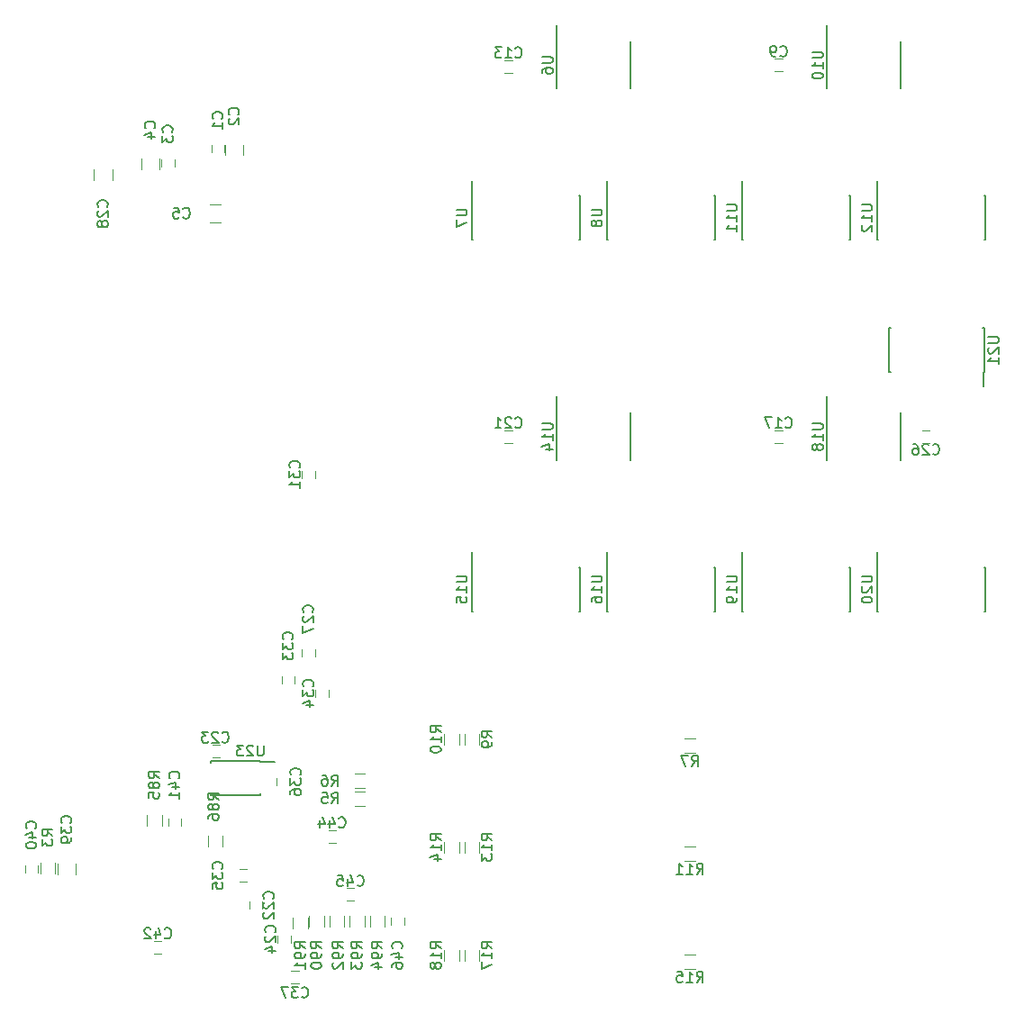
<source format=gbr>
G04 #@! TF.GenerationSoftware,KiCad,Pcbnew,(5.0.2)-1*
G04 #@! TF.CreationDate,2019-06-05T14:49:37+08:00*
G04 #@! TF.ProjectId,Peak Voltage Detector Version2,5065616b-2056-46f6-9c74-616765204465,rev?*
G04 #@! TF.SameCoordinates,Original*
G04 #@! TF.FileFunction,Legend,Bot*
G04 #@! TF.FilePolarity,Positive*
%FSLAX46Y46*%
G04 Gerber Fmt 4.6, Leading zero omitted, Abs format (unit mm)*
G04 Created by KiCad (PCBNEW (5.0.2)-1) date 06/05/19 14:49:37*
%MOMM*%
%LPD*%
G01*
G04 APERTURE LIST*
%ADD10C,0.120000*%
%ADD11C,0.150000*%
G04 APERTURE END LIST*
D10*
G04 #@! TO.C,C1*
X175549000Y-68103000D02*
X175549000Y-68803000D01*
X176749000Y-68803000D02*
X176749000Y-68103000D01*
G04 #@! TO.C,C2*
X178523000Y-68060000D02*
X178523000Y-69060000D01*
X176823000Y-69060000D02*
X176823000Y-68060000D01*
G04 #@! TO.C,C3*
X172050000Y-70134000D02*
X172050000Y-69434000D01*
X170850000Y-69434000D02*
X170850000Y-70134000D01*
G04 #@! TO.C,C4*
X170649000Y-69370000D02*
X170649000Y-70370000D01*
X168949000Y-70370000D02*
X168949000Y-69370000D01*
G04 #@! TO.C,C5*
X176395000Y-75399000D02*
X175395000Y-75399000D01*
X175395000Y-73699000D02*
X176395000Y-73699000D01*
G04 #@! TO.C,C9*
X228504000Y-61179000D02*
X229204000Y-61179000D01*
X229204000Y-59979000D02*
X228504000Y-59979000D01*
G04 #@! TO.C,C13*
X203104000Y-61306000D02*
X203804000Y-61306000D01*
X203804000Y-60106000D02*
X203104000Y-60106000D01*
G04 #@! TO.C,C17*
X229204000Y-94904000D02*
X228504000Y-94904000D01*
X228504000Y-96104000D02*
X229204000Y-96104000D01*
G04 #@! TO.C,C21*
X203804000Y-94904000D02*
X203104000Y-94904000D01*
X203104000Y-96104000D02*
X203804000Y-96104000D01*
G04 #@! TO.C,C22*
X179105000Y-139223000D02*
X179105000Y-139923000D01*
X180305000Y-139923000D02*
X180305000Y-139223000D01*
G04 #@! TO.C,C23*
X175606000Y-125695000D02*
X176306000Y-125695000D01*
X176306000Y-124495000D02*
X175606000Y-124495000D01*
G04 #@! TO.C,C24*
X182972000Y-143098000D02*
X182972000Y-142398000D01*
X181772000Y-142398000D02*
X181772000Y-143098000D01*
G04 #@! TO.C,C26*
X243047000Y-94904000D02*
X242347000Y-94904000D01*
X242347000Y-96104000D02*
X243047000Y-96104000D01*
G04 #@! TO.C,C27*
X184058000Y-115474000D02*
X184058000Y-116174000D01*
X185258000Y-116174000D02*
X185258000Y-115474000D01*
G04 #@! TO.C,C28*
X164504000Y-71366000D02*
X164504000Y-70366000D01*
X166204000Y-70366000D02*
X166204000Y-71366000D01*
G04 #@! TO.C,C31*
X184058000Y-98710000D02*
X184058000Y-99410000D01*
X185258000Y-99410000D02*
X185258000Y-98710000D01*
G04 #@! TO.C,C33*
X182153000Y-118014000D02*
X182153000Y-118714000D01*
X183353000Y-118714000D02*
X183353000Y-118014000D01*
G04 #@! TO.C,C34*
X186528000Y-119984000D02*
X186528000Y-119284000D01*
X185328000Y-119284000D02*
X185328000Y-119984000D01*
G04 #@! TO.C,C35*
X178151000Y-137379000D02*
X178851000Y-137379000D01*
X178851000Y-136179000D02*
X178151000Y-136179000D01*
G04 #@! TO.C,C36*
X182845000Y-128300000D02*
X182845000Y-127600000D01*
X181645000Y-127600000D02*
X181645000Y-128300000D01*
G04 #@! TO.C,C37*
X183038000Y-146904000D02*
X183738000Y-146904000D01*
X183738000Y-145704000D02*
X183038000Y-145704000D01*
G04 #@! TO.C,C39*
X161075000Y-136644000D02*
X161075000Y-135644000D01*
X162775000Y-135644000D02*
X162775000Y-136644000D01*
G04 #@! TO.C,C40*
X158023000Y-135794000D02*
X158023000Y-136494000D01*
X159223000Y-136494000D02*
X159223000Y-135794000D01*
G04 #@! TO.C,C41*
X171485000Y-131410000D02*
X171485000Y-132110000D01*
X172685000Y-132110000D02*
X172685000Y-131410000D01*
G04 #@! TO.C,C42*
X170850000Y-142910000D02*
X170150000Y-142910000D01*
X170150000Y-144110000D02*
X170850000Y-144110000D01*
G04 #@! TO.C,C44*
X187228000Y-132496000D02*
X186528000Y-132496000D01*
X186528000Y-133696000D02*
X187228000Y-133696000D01*
G04 #@! TO.C,C45*
X188245000Y-139157000D02*
X188945000Y-139157000D01*
X188945000Y-137957000D02*
X188245000Y-137957000D01*
G04 #@! TO.C,C46*
X192440000Y-140747000D02*
X192440000Y-141447000D01*
X193640000Y-141447000D02*
X193640000Y-140747000D01*
G04 #@! TO.C,R3*
X160827000Y-136601000D02*
X160827000Y-135601000D01*
X159467000Y-135601000D02*
X159467000Y-136601000D01*
G04 #@! TO.C,R5*
X188984000Y-130220000D02*
X189984000Y-130220000D01*
X189984000Y-128860000D02*
X188984000Y-128860000D01*
G04 #@! TO.C,R6*
X188984000Y-128569000D02*
X189984000Y-128569000D01*
X189984000Y-127209000D02*
X188984000Y-127209000D01*
G04 #@! TO.C,R7*
X221015000Y-123907000D02*
X220015000Y-123907000D01*
X220015000Y-125267000D02*
X221015000Y-125267000D01*
G04 #@! TO.C,R9*
X200705000Y-124452000D02*
X200705000Y-123452000D01*
X199345000Y-123452000D02*
X199345000Y-124452000D01*
G04 #@! TO.C,R10*
X198800000Y-124452000D02*
X198800000Y-123452000D01*
X197440000Y-123452000D02*
X197440000Y-124452000D01*
G04 #@! TO.C,R11*
X221015000Y-134067000D02*
X220015000Y-134067000D01*
X220015000Y-135427000D02*
X221015000Y-135427000D01*
G04 #@! TO.C,R13*
X200705000Y-134612000D02*
X200705000Y-133612000D01*
X199345000Y-133612000D02*
X199345000Y-134612000D01*
G04 #@! TO.C,R14*
X198800000Y-134612000D02*
X198800000Y-133612000D01*
X197440000Y-133612000D02*
X197440000Y-134612000D01*
G04 #@! TO.C,R15*
X221015000Y-144227000D02*
X220015000Y-144227000D01*
X220015000Y-145587000D02*
X221015000Y-145587000D01*
G04 #@! TO.C,R17*
X200705000Y-144772000D02*
X200705000Y-143772000D01*
X199345000Y-143772000D02*
X199345000Y-144772000D01*
G04 #@! TO.C,R18*
X198800000Y-144772000D02*
X198800000Y-143772000D01*
X197440000Y-143772000D02*
X197440000Y-144772000D01*
G04 #@! TO.C,R85*
X170860000Y-132115000D02*
X170860000Y-131115000D01*
X169500000Y-131115000D02*
X169500000Y-132115000D01*
G04 #@! TO.C,R86*
X175215000Y-133020000D02*
X175215000Y-134020000D01*
X176575000Y-134020000D02*
X176575000Y-133020000D01*
G04 #@! TO.C,R90*
X186100000Y-141597000D02*
X186100000Y-140597000D01*
X184740000Y-140597000D02*
X184740000Y-141597000D01*
G04 #@! TO.C,R91*
X184576000Y-141724000D02*
X184576000Y-140724000D01*
X183216000Y-140724000D02*
X183216000Y-141724000D01*
G04 #@! TO.C,R92*
X186645000Y-140597000D02*
X186645000Y-141597000D01*
X188005000Y-141597000D02*
X188005000Y-140597000D01*
G04 #@! TO.C,R93*
X188550000Y-140597000D02*
X188550000Y-141597000D01*
X189910000Y-141597000D02*
X189910000Y-140597000D01*
G04 #@! TO.C,R94*
X190455000Y-140597000D02*
X190455000Y-141597000D01*
X191815000Y-141597000D02*
X191815000Y-140597000D01*
D11*
G04 #@! TO.C,U23*
X180125000Y-126110000D02*
X181475000Y-126110000D01*
X180125000Y-129260000D02*
X175475000Y-129260000D01*
X180125000Y-126010000D02*
X175475000Y-126010000D01*
X180125000Y-129260000D02*
X180125000Y-129060000D01*
X175475000Y-129260000D02*
X175475000Y-129060000D01*
X175475000Y-126010000D02*
X175475000Y-126210000D01*
X180125000Y-126010000D02*
X180125000Y-126110000D01*
G04 #@! TO.C,U6*
X208005000Y-56829000D02*
X208005000Y-62804000D01*
X214905000Y-58354000D02*
X214905000Y-62804000D01*
G04 #@! TO.C,U7*
X200030000Y-72855000D02*
X200055000Y-72855000D01*
X200030000Y-77005000D02*
X200135000Y-77005000D01*
X210180000Y-77005000D02*
X210075000Y-77005000D01*
X210180000Y-72855000D02*
X210075000Y-72855000D01*
X200030000Y-72855000D02*
X200030000Y-77005000D01*
X210180000Y-72855000D02*
X210180000Y-77005000D01*
X200055000Y-72855000D02*
X200055000Y-71480000D01*
G04 #@! TO.C,U8*
X212730000Y-72855000D02*
X212755000Y-72855000D01*
X212730000Y-77005000D02*
X212835000Y-77005000D01*
X222880000Y-77005000D02*
X222775000Y-77005000D01*
X222880000Y-72855000D02*
X222775000Y-72855000D01*
X212730000Y-72855000D02*
X212730000Y-77005000D01*
X222880000Y-72855000D02*
X222880000Y-77005000D01*
X212755000Y-72855000D02*
X212755000Y-71480000D01*
G04 #@! TO.C,U10*
X240305000Y-58354000D02*
X240305000Y-62804000D01*
X233405000Y-56829000D02*
X233405000Y-62804000D01*
G04 #@! TO.C,U11*
X225455000Y-72855000D02*
X225455000Y-71480000D01*
X235580000Y-72855000D02*
X235580000Y-77005000D01*
X225430000Y-72855000D02*
X225430000Y-77005000D01*
X235580000Y-72855000D02*
X235475000Y-72855000D01*
X235580000Y-77005000D02*
X235475000Y-77005000D01*
X225430000Y-77005000D02*
X225535000Y-77005000D01*
X225430000Y-72855000D02*
X225455000Y-72855000D01*
G04 #@! TO.C,U12*
X238130000Y-72855000D02*
X238155000Y-72855000D01*
X238130000Y-77005000D02*
X238235000Y-77005000D01*
X248280000Y-77005000D02*
X248175000Y-77005000D01*
X248280000Y-72855000D02*
X248175000Y-72855000D01*
X238130000Y-72855000D02*
X238130000Y-77005000D01*
X248280000Y-72855000D02*
X248280000Y-77005000D01*
X238155000Y-72855000D02*
X238155000Y-71480000D01*
G04 #@! TO.C,U14*
X208005000Y-91754000D02*
X208005000Y-97729000D01*
X214905000Y-93279000D02*
X214905000Y-97729000D01*
G04 #@! TO.C,U15*
X200055000Y-107780000D02*
X200055000Y-106405000D01*
X210180000Y-107780000D02*
X210180000Y-111930000D01*
X200030000Y-107780000D02*
X200030000Y-111930000D01*
X210180000Y-107780000D02*
X210075000Y-107780000D01*
X210180000Y-111930000D02*
X210075000Y-111930000D01*
X200030000Y-111930000D02*
X200135000Y-111930000D01*
X200030000Y-107780000D02*
X200055000Y-107780000D01*
G04 #@! TO.C,U16*
X212730000Y-107780000D02*
X212755000Y-107780000D01*
X212730000Y-111930000D02*
X212835000Y-111930000D01*
X222880000Y-111930000D02*
X222775000Y-111930000D01*
X222880000Y-107780000D02*
X222775000Y-107780000D01*
X212730000Y-107780000D02*
X212730000Y-111930000D01*
X222880000Y-107780000D02*
X222880000Y-111930000D01*
X212755000Y-107780000D02*
X212755000Y-106405000D01*
G04 #@! TO.C,U18*
X240305000Y-93279000D02*
X240305000Y-97729000D01*
X233405000Y-91754000D02*
X233405000Y-97729000D01*
G04 #@! TO.C,U19*
X225455000Y-107780000D02*
X225455000Y-106405000D01*
X235580000Y-107780000D02*
X235580000Y-111930000D01*
X225430000Y-107780000D02*
X225430000Y-111930000D01*
X235580000Y-107780000D02*
X235475000Y-107780000D01*
X235580000Y-111930000D02*
X235475000Y-111930000D01*
X225430000Y-111930000D02*
X225535000Y-111930000D01*
X225430000Y-107780000D02*
X225455000Y-107780000D01*
G04 #@! TO.C,U20*
X238155000Y-107780000D02*
X238155000Y-106405000D01*
X248280000Y-107780000D02*
X248280000Y-111930000D01*
X238130000Y-107780000D02*
X238130000Y-111930000D01*
X248280000Y-107780000D02*
X248175000Y-107780000D01*
X248280000Y-111930000D02*
X248175000Y-111930000D01*
X238130000Y-111930000D02*
X238235000Y-111930000D01*
X238130000Y-107780000D02*
X238155000Y-107780000D01*
G04 #@! TO.C,U21*
X248163000Y-89451000D02*
X248138000Y-89451000D01*
X248163000Y-85301000D02*
X248048000Y-85301000D01*
X239263000Y-85301000D02*
X239378000Y-85301000D01*
X239263000Y-89451000D02*
X239378000Y-89451000D01*
X248163000Y-89451000D02*
X248163000Y-85301000D01*
X239263000Y-89451000D02*
X239263000Y-85301000D01*
X248138000Y-89451000D02*
X248138000Y-90826000D01*
G04 #@! TO.C,C1*
X176506142Y-65619333D02*
X176553761Y-65571714D01*
X176601380Y-65428857D01*
X176601380Y-65333619D01*
X176553761Y-65190761D01*
X176458523Y-65095523D01*
X176363285Y-65047904D01*
X176172809Y-65000285D01*
X176029952Y-65000285D01*
X175839476Y-65047904D01*
X175744238Y-65095523D01*
X175649000Y-65190761D01*
X175601380Y-65333619D01*
X175601380Y-65428857D01*
X175649000Y-65571714D01*
X175696619Y-65619333D01*
X176601380Y-66571714D02*
X176601380Y-66000285D01*
X176601380Y-66286000D02*
X175601380Y-66286000D01*
X175744238Y-66190761D01*
X175839476Y-66095523D01*
X175887095Y-66000285D01*
G04 #@! TO.C,C2*
X178030142Y-65238333D02*
X178077761Y-65190714D01*
X178125380Y-65047857D01*
X178125380Y-64952619D01*
X178077761Y-64809761D01*
X177982523Y-64714523D01*
X177887285Y-64666904D01*
X177696809Y-64619285D01*
X177553952Y-64619285D01*
X177363476Y-64666904D01*
X177268238Y-64714523D01*
X177173000Y-64809761D01*
X177125380Y-64952619D01*
X177125380Y-65047857D01*
X177173000Y-65190714D01*
X177220619Y-65238333D01*
X177220619Y-65619285D02*
X177173000Y-65666904D01*
X177125380Y-65762142D01*
X177125380Y-66000238D01*
X177173000Y-66095476D01*
X177220619Y-66143095D01*
X177315857Y-66190714D01*
X177411095Y-66190714D01*
X177553952Y-66143095D01*
X178125380Y-65571666D01*
X178125380Y-66190714D01*
G04 #@! TO.C,C3*
X171807142Y-66889333D02*
X171854761Y-66841714D01*
X171902380Y-66698857D01*
X171902380Y-66603619D01*
X171854761Y-66460761D01*
X171759523Y-66365523D01*
X171664285Y-66317904D01*
X171473809Y-66270285D01*
X171330952Y-66270285D01*
X171140476Y-66317904D01*
X171045238Y-66365523D01*
X170950000Y-66460761D01*
X170902380Y-66603619D01*
X170902380Y-66698857D01*
X170950000Y-66841714D01*
X170997619Y-66889333D01*
X170902380Y-67222666D02*
X170902380Y-67841714D01*
X171283333Y-67508380D01*
X171283333Y-67651238D01*
X171330952Y-67746476D01*
X171378571Y-67794095D01*
X171473809Y-67841714D01*
X171711904Y-67841714D01*
X171807142Y-67794095D01*
X171854761Y-67746476D01*
X171902380Y-67651238D01*
X171902380Y-67365523D01*
X171854761Y-67270285D01*
X171807142Y-67222666D01*
G04 #@! TO.C,C4*
X170156142Y-66508333D02*
X170203761Y-66460714D01*
X170251380Y-66317857D01*
X170251380Y-66222619D01*
X170203761Y-66079761D01*
X170108523Y-65984523D01*
X170013285Y-65936904D01*
X169822809Y-65889285D01*
X169679952Y-65889285D01*
X169489476Y-65936904D01*
X169394238Y-65984523D01*
X169299000Y-66079761D01*
X169251380Y-66222619D01*
X169251380Y-66317857D01*
X169299000Y-66460714D01*
X169346619Y-66508333D01*
X169584714Y-67365476D02*
X170251380Y-67365476D01*
X169203761Y-67127380D02*
X169918047Y-66889285D01*
X169918047Y-67508333D01*
G04 #@! TO.C,C5*
X172886666Y-74906142D02*
X172934285Y-74953761D01*
X173077142Y-75001380D01*
X173172380Y-75001380D01*
X173315238Y-74953761D01*
X173410476Y-74858523D01*
X173458095Y-74763285D01*
X173505714Y-74572809D01*
X173505714Y-74429952D01*
X173458095Y-74239476D01*
X173410476Y-74144238D01*
X173315238Y-74049000D01*
X173172380Y-74001380D01*
X173077142Y-74001380D01*
X172934285Y-74049000D01*
X172886666Y-74096619D01*
X171981904Y-74001380D02*
X172458095Y-74001380D01*
X172505714Y-74477571D01*
X172458095Y-74429952D01*
X172362857Y-74382333D01*
X172124761Y-74382333D01*
X172029523Y-74429952D01*
X171981904Y-74477571D01*
X171934285Y-74572809D01*
X171934285Y-74810904D01*
X171981904Y-74906142D01*
X172029523Y-74953761D01*
X172124761Y-75001380D01*
X172362857Y-75001380D01*
X172458095Y-74953761D01*
X172505714Y-74906142D01*
G04 #@! TO.C,C9*
X229020666Y-59686142D02*
X229068285Y-59733761D01*
X229211142Y-59781380D01*
X229306380Y-59781380D01*
X229449238Y-59733761D01*
X229544476Y-59638523D01*
X229592095Y-59543285D01*
X229639714Y-59352809D01*
X229639714Y-59209952D01*
X229592095Y-59019476D01*
X229544476Y-58924238D01*
X229449238Y-58829000D01*
X229306380Y-58781380D01*
X229211142Y-58781380D01*
X229068285Y-58829000D01*
X229020666Y-58876619D01*
X228544476Y-59781380D02*
X228354000Y-59781380D01*
X228258761Y-59733761D01*
X228211142Y-59686142D01*
X228115904Y-59543285D01*
X228068285Y-59352809D01*
X228068285Y-58971857D01*
X228115904Y-58876619D01*
X228163523Y-58829000D01*
X228258761Y-58781380D01*
X228449238Y-58781380D01*
X228544476Y-58829000D01*
X228592095Y-58876619D01*
X228639714Y-58971857D01*
X228639714Y-59209952D01*
X228592095Y-59305190D01*
X228544476Y-59352809D01*
X228449238Y-59400428D01*
X228258761Y-59400428D01*
X228163523Y-59352809D01*
X228115904Y-59305190D01*
X228068285Y-59209952D01*
G04 #@! TO.C,C13*
X204096857Y-59813142D02*
X204144476Y-59860761D01*
X204287333Y-59908380D01*
X204382571Y-59908380D01*
X204525428Y-59860761D01*
X204620666Y-59765523D01*
X204668285Y-59670285D01*
X204715904Y-59479809D01*
X204715904Y-59336952D01*
X204668285Y-59146476D01*
X204620666Y-59051238D01*
X204525428Y-58956000D01*
X204382571Y-58908380D01*
X204287333Y-58908380D01*
X204144476Y-58956000D01*
X204096857Y-59003619D01*
X203144476Y-59908380D02*
X203715904Y-59908380D01*
X203430190Y-59908380D02*
X203430190Y-58908380D01*
X203525428Y-59051238D01*
X203620666Y-59146476D01*
X203715904Y-59194095D01*
X202811142Y-58908380D02*
X202192095Y-58908380D01*
X202525428Y-59289333D01*
X202382571Y-59289333D01*
X202287333Y-59336952D01*
X202239714Y-59384571D01*
X202192095Y-59479809D01*
X202192095Y-59717904D01*
X202239714Y-59813142D01*
X202287333Y-59860761D01*
X202382571Y-59908380D01*
X202668285Y-59908380D01*
X202763523Y-59860761D01*
X202811142Y-59813142D01*
G04 #@! TO.C,C17*
X229496857Y-94611142D02*
X229544476Y-94658761D01*
X229687333Y-94706380D01*
X229782571Y-94706380D01*
X229925428Y-94658761D01*
X230020666Y-94563523D01*
X230068285Y-94468285D01*
X230115904Y-94277809D01*
X230115904Y-94134952D01*
X230068285Y-93944476D01*
X230020666Y-93849238D01*
X229925428Y-93754000D01*
X229782571Y-93706380D01*
X229687333Y-93706380D01*
X229544476Y-93754000D01*
X229496857Y-93801619D01*
X228544476Y-94706380D02*
X229115904Y-94706380D01*
X228830190Y-94706380D02*
X228830190Y-93706380D01*
X228925428Y-93849238D01*
X229020666Y-93944476D01*
X229115904Y-93992095D01*
X228211142Y-93706380D02*
X227544476Y-93706380D01*
X227973047Y-94706380D01*
G04 #@! TO.C,C21*
X204096857Y-94611142D02*
X204144476Y-94658761D01*
X204287333Y-94706380D01*
X204382571Y-94706380D01*
X204525428Y-94658761D01*
X204620666Y-94563523D01*
X204668285Y-94468285D01*
X204715904Y-94277809D01*
X204715904Y-94134952D01*
X204668285Y-93944476D01*
X204620666Y-93849238D01*
X204525428Y-93754000D01*
X204382571Y-93706380D01*
X204287333Y-93706380D01*
X204144476Y-93754000D01*
X204096857Y-93801619D01*
X203715904Y-93801619D02*
X203668285Y-93754000D01*
X203573047Y-93706380D01*
X203334952Y-93706380D01*
X203239714Y-93754000D01*
X203192095Y-93801619D01*
X203144476Y-93896857D01*
X203144476Y-93992095D01*
X203192095Y-94134952D01*
X203763523Y-94706380D01*
X203144476Y-94706380D01*
X202192095Y-94706380D02*
X202763523Y-94706380D01*
X202477809Y-94706380D02*
X202477809Y-93706380D01*
X202573047Y-93849238D01*
X202668285Y-93944476D01*
X202763523Y-93992095D01*
G04 #@! TO.C,C22*
X181312142Y-138930142D02*
X181359761Y-138882523D01*
X181407380Y-138739666D01*
X181407380Y-138644428D01*
X181359761Y-138501571D01*
X181264523Y-138406333D01*
X181169285Y-138358714D01*
X180978809Y-138311095D01*
X180835952Y-138311095D01*
X180645476Y-138358714D01*
X180550238Y-138406333D01*
X180455000Y-138501571D01*
X180407380Y-138644428D01*
X180407380Y-138739666D01*
X180455000Y-138882523D01*
X180502619Y-138930142D01*
X180502619Y-139311095D02*
X180455000Y-139358714D01*
X180407380Y-139453952D01*
X180407380Y-139692047D01*
X180455000Y-139787285D01*
X180502619Y-139834904D01*
X180597857Y-139882523D01*
X180693095Y-139882523D01*
X180835952Y-139834904D01*
X181407380Y-139263476D01*
X181407380Y-139882523D01*
X180502619Y-140263476D02*
X180455000Y-140311095D01*
X180407380Y-140406333D01*
X180407380Y-140644428D01*
X180455000Y-140739666D01*
X180502619Y-140787285D01*
X180597857Y-140834904D01*
X180693095Y-140834904D01*
X180835952Y-140787285D01*
X181407380Y-140215857D01*
X181407380Y-140834904D01*
G04 #@! TO.C,C23*
X176537857Y-124182142D02*
X176585476Y-124229761D01*
X176728333Y-124277380D01*
X176823571Y-124277380D01*
X176966428Y-124229761D01*
X177061666Y-124134523D01*
X177109285Y-124039285D01*
X177156904Y-123848809D01*
X177156904Y-123705952D01*
X177109285Y-123515476D01*
X177061666Y-123420238D01*
X176966428Y-123325000D01*
X176823571Y-123277380D01*
X176728333Y-123277380D01*
X176585476Y-123325000D01*
X176537857Y-123372619D01*
X176156904Y-123372619D02*
X176109285Y-123325000D01*
X176014047Y-123277380D01*
X175775952Y-123277380D01*
X175680714Y-123325000D01*
X175633095Y-123372619D01*
X175585476Y-123467857D01*
X175585476Y-123563095D01*
X175633095Y-123705952D01*
X176204523Y-124277380D01*
X175585476Y-124277380D01*
X175252142Y-123277380D02*
X174633095Y-123277380D01*
X174966428Y-123658333D01*
X174823571Y-123658333D01*
X174728333Y-123705952D01*
X174680714Y-123753571D01*
X174633095Y-123848809D01*
X174633095Y-124086904D01*
X174680714Y-124182142D01*
X174728333Y-124229761D01*
X174823571Y-124277380D01*
X175109285Y-124277380D01*
X175204523Y-124229761D01*
X175252142Y-124182142D01*
G04 #@! TO.C,C24*
X181479142Y-142105142D02*
X181526761Y-142057523D01*
X181574380Y-141914666D01*
X181574380Y-141819428D01*
X181526761Y-141676571D01*
X181431523Y-141581333D01*
X181336285Y-141533714D01*
X181145809Y-141486095D01*
X181002952Y-141486095D01*
X180812476Y-141533714D01*
X180717238Y-141581333D01*
X180622000Y-141676571D01*
X180574380Y-141819428D01*
X180574380Y-141914666D01*
X180622000Y-142057523D01*
X180669619Y-142105142D01*
X180669619Y-142486095D02*
X180622000Y-142533714D01*
X180574380Y-142628952D01*
X180574380Y-142867047D01*
X180622000Y-142962285D01*
X180669619Y-143009904D01*
X180764857Y-143057523D01*
X180860095Y-143057523D01*
X181002952Y-143009904D01*
X181574380Y-142438476D01*
X181574380Y-143057523D01*
X180907714Y-143914666D02*
X181574380Y-143914666D01*
X180526761Y-143676571D02*
X181241047Y-143438476D01*
X181241047Y-144057523D01*
G04 #@! TO.C,C26*
X243339857Y-97111142D02*
X243387476Y-97158761D01*
X243530333Y-97206380D01*
X243625571Y-97206380D01*
X243768428Y-97158761D01*
X243863666Y-97063523D01*
X243911285Y-96968285D01*
X243958904Y-96777809D01*
X243958904Y-96634952D01*
X243911285Y-96444476D01*
X243863666Y-96349238D01*
X243768428Y-96254000D01*
X243625571Y-96206380D01*
X243530333Y-96206380D01*
X243387476Y-96254000D01*
X243339857Y-96301619D01*
X242958904Y-96301619D02*
X242911285Y-96254000D01*
X242816047Y-96206380D01*
X242577952Y-96206380D01*
X242482714Y-96254000D01*
X242435095Y-96301619D01*
X242387476Y-96396857D01*
X242387476Y-96492095D01*
X242435095Y-96634952D01*
X243006523Y-97206380D01*
X242387476Y-97206380D01*
X241530333Y-96206380D02*
X241720809Y-96206380D01*
X241816047Y-96254000D01*
X241863666Y-96301619D01*
X241958904Y-96444476D01*
X242006523Y-96634952D01*
X242006523Y-97015904D01*
X241958904Y-97111142D01*
X241911285Y-97158761D01*
X241816047Y-97206380D01*
X241625571Y-97206380D01*
X241530333Y-97158761D01*
X241482714Y-97111142D01*
X241435095Y-97015904D01*
X241435095Y-96777809D01*
X241482714Y-96682571D01*
X241530333Y-96634952D01*
X241625571Y-96587333D01*
X241816047Y-96587333D01*
X241911285Y-96634952D01*
X241958904Y-96682571D01*
X242006523Y-96777809D01*
G04 #@! TO.C,C27*
X185015142Y-112006142D02*
X185062761Y-111958523D01*
X185110380Y-111815666D01*
X185110380Y-111720428D01*
X185062761Y-111577571D01*
X184967523Y-111482333D01*
X184872285Y-111434714D01*
X184681809Y-111387095D01*
X184538952Y-111387095D01*
X184348476Y-111434714D01*
X184253238Y-111482333D01*
X184158000Y-111577571D01*
X184110380Y-111720428D01*
X184110380Y-111815666D01*
X184158000Y-111958523D01*
X184205619Y-112006142D01*
X184205619Y-112387095D02*
X184158000Y-112434714D01*
X184110380Y-112529952D01*
X184110380Y-112768047D01*
X184158000Y-112863285D01*
X184205619Y-112910904D01*
X184300857Y-112958523D01*
X184396095Y-112958523D01*
X184538952Y-112910904D01*
X185110380Y-112339476D01*
X185110380Y-112958523D01*
X184110380Y-113291857D02*
X184110380Y-113958523D01*
X185110380Y-113529952D01*
G04 #@! TO.C,C28*
X165711142Y-73906142D02*
X165758761Y-73858523D01*
X165806380Y-73715666D01*
X165806380Y-73620428D01*
X165758761Y-73477571D01*
X165663523Y-73382333D01*
X165568285Y-73334714D01*
X165377809Y-73287095D01*
X165234952Y-73287095D01*
X165044476Y-73334714D01*
X164949238Y-73382333D01*
X164854000Y-73477571D01*
X164806380Y-73620428D01*
X164806380Y-73715666D01*
X164854000Y-73858523D01*
X164901619Y-73906142D01*
X164901619Y-74287095D02*
X164854000Y-74334714D01*
X164806380Y-74429952D01*
X164806380Y-74668047D01*
X164854000Y-74763285D01*
X164901619Y-74810904D01*
X164996857Y-74858523D01*
X165092095Y-74858523D01*
X165234952Y-74810904D01*
X165806380Y-74239476D01*
X165806380Y-74858523D01*
X165234952Y-75429952D02*
X165187333Y-75334714D01*
X165139714Y-75287095D01*
X165044476Y-75239476D01*
X164996857Y-75239476D01*
X164901619Y-75287095D01*
X164854000Y-75334714D01*
X164806380Y-75429952D01*
X164806380Y-75620428D01*
X164854000Y-75715666D01*
X164901619Y-75763285D01*
X164996857Y-75810904D01*
X165044476Y-75810904D01*
X165139714Y-75763285D01*
X165187333Y-75715666D01*
X165234952Y-75620428D01*
X165234952Y-75429952D01*
X165282571Y-75334714D01*
X165330190Y-75287095D01*
X165425428Y-75239476D01*
X165615904Y-75239476D01*
X165711142Y-75287095D01*
X165758761Y-75334714D01*
X165806380Y-75429952D01*
X165806380Y-75620428D01*
X165758761Y-75715666D01*
X165711142Y-75763285D01*
X165615904Y-75810904D01*
X165425428Y-75810904D01*
X165330190Y-75763285D01*
X165282571Y-75715666D01*
X165234952Y-75620428D01*
G04 #@! TO.C,C31*
X183765142Y-98417142D02*
X183812761Y-98369523D01*
X183860380Y-98226666D01*
X183860380Y-98131428D01*
X183812761Y-97988571D01*
X183717523Y-97893333D01*
X183622285Y-97845714D01*
X183431809Y-97798095D01*
X183288952Y-97798095D01*
X183098476Y-97845714D01*
X183003238Y-97893333D01*
X182908000Y-97988571D01*
X182860380Y-98131428D01*
X182860380Y-98226666D01*
X182908000Y-98369523D01*
X182955619Y-98417142D01*
X182860380Y-98750476D02*
X182860380Y-99369523D01*
X183241333Y-99036190D01*
X183241333Y-99179047D01*
X183288952Y-99274285D01*
X183336571Y-99321904D01*
X183431809Y-99369523D01*
X183669904Y-99369523D01*
X183765142Y-99321904D01*
X183812761Y-99274285D01*
X183860380Y-99179047D01*
X183860380Y-98893333D01*
X183812761Y-98798095D01*
X183765142Y-98750476D01*
X183860380Y-100321904D02*
X183860380Y-99750476D01*
X183860380Y-100036190D02*
X182860380Y-100036190D01*
X183003238Y-99940952D01*
X183098476Y-99845714D01*
X183146095Y-99750476D01*
G04 #@! TO.C,C33*
X183110142Y-114546142D02*
X183157761Y-114498523D01*
X183205380Y-114355666D01*
X183205380Y-114260428D01*
X183157761Y-114117571D01*
X183062523Y-114022333D01*
X182967285Y-113974714D01*
X182776809Y-113927095D01*
X182633952Y-113927095D01*
X182443476Y-113974714D01*
X182348238Y-114022333D01*
X182253000Y-114117571D01*
X182205380Y-114260428D01*
X182205380Y-114355666D01*
X182253000Y-114498523D01*
X182300619Y-114546142D01*
X182205380Y-114879476D02*
X182205380Y-115498523D01*
X182586333Y-115165190D01*
X182586333Y-115308047D01*
X182633952Y-115403285D01*
X182681571Y-115450904D01*
X182776809Y-115498523D01*
X183014904Y-115498523D01*
X183110142Y-115450904D01*
X183157761Y-115403285D01*
X183205380Y-115308047D01*
X183205380Y-115022333D01*
X183157761Y-114927095D01*
X183110142Y-114879476D01*
X182205380Y-115831857D02*
X182205380Y-116450904D01*
X182586333Y-116117571D01*
X182586333Y-116260428D01*
X182633952Y-116355666D01*
X182681571Y-116403285D01*
X182776809Y-116450904D01*
X183014904Y-116450904D01*
X183110142Y-116403285D01*
X183157761Y-116355666D01*
X183205380Y-116260428D01*
X183205380Y-115974714D01*
X183157761Y-115879476D01*
X183110142Y-115831857D01*
G04 #@! TO.C,C34*
X185035142Y-118991142D02*
X185082761Y-118943523D01*
X185130380Y-118800666D01*
X185130380Y-118705428D01*
X185082761Y-118562571D01*
X184987523Y-118467333D01*
X184892285Y-118419714D01*
X184701809Y-118372095D01*
X184558952Y-118372095D01*
X184368476Y-118419714D01*
X184273238Y-118467333D01*
X184178000Y-118562571D01*
X184130380Y-118705428D01*
X184130380Y-118800666D01*
X184178000Y-118943523D01*
X184225619Y-118991142D01*
X184130380Y-119324476D02*
X184130380Y-119943523D01*
X184511333Y-119610190D01*
X184511333Y-119753047D01*
X184558952Y-119848285D01*
X184606571Y-119895904D01*
X184701809Y-119943523D01*
X184939904Y-119943523D01*
X185035142Y-119895904D01*
X185082761Y-119848285D01*
X185130380Y-119753047D01*
X185130380Y-119467333D01*
X185082761Y-119372095D01*
X185035142Y-119324476D01*
X184463714Y-120800666D02*
X185130380Y-120800666D01*
X184082761Y-120562571D02*
X184797047Y-120324476D01*
X184797047Y-120943523D01*
G04 #@! TO.C,C35*
X176506142Y-136136142D02*
X176553761Y-136088523D01*
X176601380Y-135945666D01*
X176601380Y-135850428D01*
X176553761Y-135707571D01*
X176458523Y-135612333D01*
X176363285Y-135564714D01*
X176172809Y-135517095D01*
X176029952Y-135517095D01*
X175839476Y-135564714D01*
X175744238Y-135612333D01*
X175649000Y-135707571D01*
X175601380Y-135850428D01*
X175601380Y-135945666D01*
X175649000Y-136088523D01*
X175696619Y-136136142D01*
X175601380Y-136469476D02*
X175601380Y-137088523D01*
X175982333Y-136755190D01*
X175982333Y-136898047D01*
X176029952Y-136993285D01*
X176077571Y-137040904D01*
X176172809Y-137088523D01*
X176410904Y-137088523D01*
X176506142Y-137040904D01*
X176553761Y-136993285D01*
X176601380Y-136898047D01*
X176601380Y-136612333D01*
X176553761Y-136517095D01*
X176506142Y-136469476D01*
X175601380Y-137993285D02*
X175601380Y-137517095D01*
X176077571Y-137469476D01*
X176029952Y-137517095D01*
X175982333Y-137612333D01*
X175982333Y-137850428D01*
X176029952Y-137945666D01*
X176077571Y-137993285D01*
X176172809Y-138040904D01*
X176410904Y-138040904D01*
X176506142Y-137993285D01*
X176553761Y-137945666D01*
X176601380Y-137850428D01*
X176601380Y-137612333D01*
X176553761Y-137517095D01*
X176506142Y-137469476D01*
G04 #@! TO.C,C36*
X183852142Y-127307142D02*
X183899761Y-127259523D01*
X183947380Y-127116666D01*
X183947380Y-127021428D01*
X183899761Y-126878571D01*
X183804523Y-126783333D01*
X183709285Y-126735714D01*
X183518809Y-126688095D01*
X183375952Y-126688095D01*
X183185476Y-126735714D01*
X183090238Y-126783333D01*
X182995000Y-126878571D01*
X182947380Y-127021428D01*
X182947380Y-127116666D01*
X182995000Y-127259523D01*
X183042619Y-127307142D01*
X182947380Y-127640476D02*
X182947380Y-128259523D01*
X183328333Y-127926190D01*
X183328333Y-128069047D01*
X183375952Y-128164285D01*
X183423571Y-128211904D01*
X183518809Y-128259523D01*
X183756904Y-128259523D01*
X183852142Y-128211904D01*
X183899761Y-128164285D01*
X183947380Y-128069047D01*
X183947380Y-127783333D01*
X183899761Y-127688095D01*
X183852142Y-127640476D01*
X182947380Y-129116666D02*
X182947380Y-128926190D01*
X182995000Y-128830952D01*
X183042619Y-128783333D01*
X183185476Y-128688095D01*
X183375952Y-128640476D01*
X183756904Y-128640476D01*
X183852142Y-128688095D01*
X183899761Y-128735714D01*
X183947380Y-128830952D01*
X183947380Y-129021428D01*
X183899761Y-129116666D01*
X183852142Y-129164285D01*
X183756904Y-129211904D01*
X183518809Y-129211904D01*
X183423571Y-129164285D01*
X183375952Y-129116666D01*
X183328333Y-129021428D01*
X183328333Y-128830952D01*
X183375952Y-128735714D01*
X183423571Y-128688095D01*
X183518809Y-128640476D01*
G04 #@! TO.C,C37*
X184030857Y-148185142D02*
X184078476Y-148232761D01*
X184221333Y-148280380D01*
X184316571Y-148280380D01*
X184459428Y-148232761D01*
X184554666Y-148137523D01*
X184602285Y-148042285D01*
X184649904Y-147851809D01*
X184649904Y-147708952D01*
X184602285Y-147518476D01*
X184554666Y-147423238D01*
X184459428Y-147328000D01*
X184316571Y-147280380D01*
X184221333Y-147280380D01*
X184078476Y-147328000D01*
X184030857Y-147375619D01*
X183697523Y-147280380D02*
X183078476Y-147280380D01*
X183411809Y-147661333D01*
X183268952Y-147661333D01*
X183173714Y-147708952D01*
X183126095Y-147756571D01*
X183078476Y-147851809D01*
X183078476Y-148089904D01*
X183126095Y-148185142D01*
X183173714Y-148232761D01*
X183268952Y-148280380D01*
X183554666Y-148280380D01*
X183649904Y-148232761D01*
X183697523Y-148185142D01*
X182745142Y-147280380D02*
X182078476Y-147280380D01*
X182507047Y-148280380D01*
G04 #@! TO.C,C39*
X162282142Y-131818142D02*
X162329761Y-131770523D01*
X162377380Y-131627666D01*
X162377380Y-131532428D01*
X162329761Y-131389571D01*
X162234523Y-131294333D01*
X162139285Y-131246714D01*
X161948809Y-131199095D01*
X161805952Y-131199095D01*
X161615476Y-131246714D01*
X161520238Y-131294333D01*
X161425000Y-131389571D01*
X161377380Y-131532428D01*
X161377380Y-131627666D01*
X161425000Y-131770523D01*
X161472619Y-131818142D01*
X161377380Y-132151476D02*
X161377380Y-132770523D01*
X161758333Y-132437190D01*
X161758333Y-132580047D01*
X161805952Y-132675285D01*
X161853571Y-132722904D01*
X161948809Y-132770523D01*
X162186904Y-132770523D01*
X162282142Y-132722904D01*
X162329761Y-132675285D01*
X162377380Y-132580047D01*
X162377380Y-132294333D01*
X162329761Y-132199095D01*
X162282142Y-132151476D01*
X162377380Y-133246714D02*
X162377380Y-133437190D01*
X162329761Y-133532428D01*
X162282142Y-133580047D01*
X162139285Y-133675285D01*
X161948809Y-133722904D01*
X161567857Y-133722904D01*
X161472619Y-133675285D01*
X161425000Y-133627666D01*
X161377380Y-133532428D01*
X161377380Y-133341952D01*
X161425000Y-133246714D01*
X161472619Y-133199095D01*
X161567857Y-133151476D01*
X161805952Y-133151476D01*
X161901190Y-133199095D01*
X161948809Y-133246714D01*
X161996428Y-133341952D01*
X161996428Y-133532428D01*
X161948809Y-133627666D01*
X161901190Y-133675285D01*
X161805952Y-133722904D01*
G04 #@! TO.C,C40*
X158980142Y-132326142D02*
X159027761Y-132278523D01*
X159075380Y-132135666D01*
X159075380Y-132040428D01*
X159027761Y-131897571D01*
X158932523Y-131802333D01*
X158837285Y-131754714D01*
X158646809Y-131707095D01*
X158503952Y-131707095D01*
X158313476Y-131754714D01*
X158218238Y-131802333D01*
X158123000Y-131897571D01*
X158075380Y-132040428D01*
X158075380Y-132135666D01*
X158123000Y-132278523D01*
X158170619Y-132326142D01*
X158408714Y-133183285D02*
X159075380Y-133183285D01*
X158027761Y-132945190D02*
X158742047Y-132707095D01*
X158742047Y-133326142D01*
X158075380Y-133897571D02*
X158075380Y-133992809D01*
X158123000Y-134088047D01*
X158170619Y-134135666D01*
X158265857Y-134183285D01*
X158456333Y-134230904D01*
X158694428Y-134230904D01*
X158884904Y-134183285D01*
X158980142Y-134135666D01*
X159027761Y-134088047D01*
X159075380Y-133992809D01*
X159075380Y-133897571D01*
X159027761Y-133802333D01*
X158980142Y-133754714D01*
X158884904Y-133707095D01*
X158694428Y-133659476D01*
X158456333Y-133659476D01*
X158265857Y-133707095D01*
X158170619Y-133754714D01*
X158123000Y-133802333D01*
X158075380Y-133897571D01*
G04 #@! TO.C,C41*
X172442142Y-127627142D02*
X172489761Y-127579523D01*
X172537380Y-127436666D01*
X172537380Y-127341428D01*
X172489761Y-127198571D01*
X172394523Y-127103333D01*
X172299285Y-127055714D01*
X172108809Y-127008095D01*
X171965952Y-127008095D01*
X171775476Y-127055714D01*
X171680238Y-127103333D01*
X171585000Y-127198571D01*
X171537380Y-127341428D01*
X171537380Y-127436666D01*
X171585000Y-127579523D01*
X171632619Y-127627142D01*
X171870714Y-128484285D02*
X172537380Y-128484285D01*
X171489761Y-128246190D02*
X172204047Y-128008095D01*
X172204047Y-128627142D01*
X172537380Y-129531904D02*
X172537380Y-128960476D01*
X172537380Y-129246190D02*
X171537380Y-129246190D01*
X171680238Y-129150952D01*
X171775476Y-129055714D01*
X171823095Y-128960476D01*
G04 #@! TO.C,C42*
X171142857Y-142617142D02*
X171190476Y-142664761D01*
X171333333Y-142712380D01*
X171428571Y-142712380D01*
X171571428Y-142664761D01*
X171666666Y-142569523D01*
X171714285Y-142474285D01*
X171761904Y-142283809D01*
X171761904Y-142140952D01*
X171714285Y-141950476D01*
X171666666Y-141855238D01*
X171571428Y-141760000D01*
X171428571Y-141712380D01*
X171333333Y-141712380D01*
X171190476Y-141760000D01*
X171142857Y-141807619D01*
X170285714Y-142045714D02*
X170285714Y-142712380D01*
X170523809Y-141664761D02*
X170761904Y-142379047D01*
X170142857Y-142379047D01*
X169809523Y-141807619D02*
X169761904Y-141760000D01*
X169666666Y-141712380D01*
X169428571Y-141712380D01*
X169333333Y-141760000D01*
X169285714Y-141807619D01*
X169238095Y-141902857D01*
X169238095Y-141998095D01*
X169285714Y-142140952D01*
X169857142Y-142712380D01*
X169238095Y-142712380D01*
G04 #@! TO.C,C44*
X187520857Y-132203142D02*
X187568476Y-132250761D01*
X187711333Y-132298380D01*
X187806571Y-132298380D01*
X187949428Y-132250761D01*
X188044666Y-132155523D01*
X188092285Y-132060285D01*
X188139904Y-131869809D01*
X188139904Y-131726952D01*
X188092285Y-131536476D01*
X188044666Y-131441238D01*
X187949428Y-131346000D01*
X187806571Y-131298380D01*
X187711333Y-131298380D01*
X187568476Y-131346000D01*
X187520857Y-131393619D01*
X186663714Y-131631714D02*
X186663714Y-132298380D01*
X186901809Y-131250761D02*
X187139904Y-131965047D01*
X186520857Y-131965047D01*
X185711333Y-131631714D02*
X185711333Y-132298380D01*
X185949428Y-131250761D02*
X186187523Y-131965047D01*
X185568476Y-131965047D01*
G04 #@! TO.C,C45*
X189237857Y-137664142D02*
X189285476Y-137711761D01*
X189428333Y-137759380D01*
X189523571Y-137759380D01*
X189666428Y-137711761D01*
X189761666Y-137616523D01*
X189809285Y-137521285D01*
X189856904Y-137330809D01*
X189856904Y-137187952D01*
X189809285Y-136997476D01*
X189761666Y-136902238D01*
X189666428Y-136807000D01*
X189523571Y-136759380D01*
X189428333Y-136759380D01*
X189285476Y-136807000D01*
X189237857Y-136854619D01*
X188380714Y-137092714D02*
X188380714Y-137759380D01*
X188618809Y-136711761D02*
X188856904Y-137426047D01*
X188237857Y-137426047D01*
X187380714Y-136759380D02*
X187856904Y-136759380D01*
X187904523Y-137235571D01*
X187856904Y-137187952D01*
X187761666Y-137140333D01*
X187523571Y-137140333D01*
X187428333Y-137187952D01*
X187380714Y-137235571D01*
X187333095Y-137330809D01*
X187333095Y-137568904D01*
X187380714Y-137664142D01*
X187428333Y-137711761D01*
X187523571Y-137759380D01*
X187761666Y-137759380D01*
X187856904Y-137711761D01*
X187904523Y-137664142D01*
G04 #@! TO.C,C46*
X193397142Y-143629142D02*
X193444761Y-143581523D01*
X193492380Y-143438666D01*
X193492380Y-143343428D01*
X193444761Y-143200571D01*
X193349523Y-143105333D01*
X193254285Y-143057714D01*
X193063809Y-143010095D01*
X192920952Y-143010095D01*
X192730476Y-143057714D01*
X192635238Y-143105333D01*
X192540000Y-143200571D01*
X192492380Y-143343428D01*
X192492380Y-143438666D01*
X192540000Y-143581523D01*
X192587619Y-143629142D01*
X192825714Y-144486285D02*
X193492380Y-144486285D01*
X192444761Y-144248190D02*
X193159047Y-144010095D01*
X193159047Y-144629142D01*
X192492380Y-145438666D02*
X192492380Y-145248190D01*
X192540000Y-145152952D01*
X192587619Y-145105333D01*
X192730476Y-145010095D01*
X192920952Y-144962476D01*
X193301904Y-144962476D01*
X193397142Y-145010095D01*
X193444761Y-145057714D01*
X193492380Y-145152952D01*
X193492380Y-145343428D01*
X193444761Y-145438666D01*
X193397142Y-145486285D01*
X193301904Y-145533904D01*
X193063809Y-145533904D01*
X192968571Y-145486285D01*
X192920952Y-145438666D01*
X192873333Y-145343428D01*
X192873333Y-145152952D01*
X192920952Y-145057714D01*
X192968571Y-145010095D01*
X193063809Y-144962476D01*
G04 #@! TO.C,R3*
X160599380Y-133056333D02*
X160123190Y-132723000D01*
X160599380Y-132484904D02*
X159599380Y-132484904D01*
X159599380Y-132865857D01*
X159647000Y-132961095D01*
X159694619Y-133008714D01*
X159789857Y-133056333D01*
X159932714Y-133056333D01*
X160027952Y-133008714D01*
X160075571Y-132961095D01*
X160123190Y-132865857D01*
X160123190Y-132484904D01*
X159599380Y-133389666D02*
X159599380Y-134008714D01*
X159980333Y-133675380D01*
X159980333Y-133818238D01*
X160027952Y-133913476D01*
X160075571Y-133961095D01*
X160170809Y-134008714D01*
X160408904Y-134008714D01*
X160504142Y-133961095D01*
X160551761Y-133913476D01*
X160599380Y-133818238D01*
X160599380Y-133532523D01*
X160551761Y-133437285D01*
X160504142Y-133389666D01*
G04 #@! TO.C,R5*
X186856666Y-129992380D02*
X187190000Y-129516190D01*
X187428095Y-129992380D02*
X187428095Y-128992380D01*
X187047142Y-128992380D01*
X186951904Y-129040000D01*
X186904285Y-129087619D01*
X186856666Y-129182857D01*
X186856666Y-129325714D01*
X186904285Y-129420952D01*
X186951904Y-129468571D01*
X187047142Y-129516190D01*
X187428095Y-129516190D01*
X185951904Y-128992380D02*
X186428095Y-128992380D01*
X186475714Y-129468571D01*
X186428095Y-129420952D01*
X186332857Y-129373333D01*
X186094761Y-129373333D01*
X185999523Y-129420952D01*
X185951904Y-129468571D01*
X185904285Y-129563809D01*
X185904285Y-129801904D01*
X185951904Y-129897142D01*
X185999523Y-129944761D01*
X186094761Y-129992380D01*
X186332857Y-129992380D01*
X186428095Y-129944761D01*
X186475714Y-129897142D01*
G04 #@! TO.C,R6*
X186856666Y-128341380D02*
X187190000Y-127865190D01*
X187428095Y-128341380D02*
X187428095Y-127341380D01*
X187047142Y-127341380D01*
X186951904Y-127389000D01*
X186904285Y-127436619D01*
X186856666Y-127531857D01*
X186856666Y-127674714D01*
X186904285Y-127769952D01*
X186951904Y-127817571D01*
X187047142Y-127865190D01*
X187428095Y-127865190D01*
X185999523Y-127341380D02*
X186190000Y-127341380D01*
X186285238Y-127389000D01*
X186332857Y-127436619D01*
X186428095Y-127579476D01*
X186475714Y-127769952D01*
X186475714Y-128150904D01*
X186428095Y-128246142D01*
X186380476Y-128293761D01*
X186285238Y-128341380D01*
X186094761Y-128341380D01*
X185999523Y-128293761D01*
X185951904Y-128246142D01*
X185904285Y-128150904D01*
X185904285Y-127912809D01*
X185951904Y-127817571D01*
X185999523Y-127769952D01*
X186094761Y-127722333D01*
X186285238Y-127722333D01*
X186380476Y-127769952D01*
X186428095Y-127817571D01*
X186475714Y-127912809D01*
G04 #@! TO.C,R7*
X220681666Y-126489380D02*
X221015000Y-126013190D01*
X221253095Y-126489380D02*
X221253095Y-125489380D01*
X220872142Y-125489380D01*
X220776904Y-125537000D01*
X220729285Y-125584619D01*
X220681666Y-125679857D01*
X220681666Y-125822714D01*
X220729285Y-125917952D01*
X220776904Y-125965571D01*
X220872142Y-126013190D01*
X221253095Y-126013190D01*
X220348333Y-125489380D02*
X219681666Y-125489380D01*
X220110238Y-126489380D01*
G04 #@! TO.C,R9*
X201927380Y-123785333D02*
X201451190Y-123452000D01*
X201927380Y-123213904D02*
X200927380Y-123213904D01*
X200927380Y-123594857D01*
X200975000Y-123690095D01*
X201022619Y-123737714D01*
X201117857Y-123785333D01*
X201260714Y-123785333D01*
X201355952Y-123737714D01*
X201403571Y-123690095D01*
X201451190Y-123594857D01*
X201451190Y-123213904D01*
X201927380Y-124261523D02*
X201927380Y-124452000D01*
X201879761Y-124547238D01*
X201832142Y-124594857D01*
X201689285Y-124690095D01*
X201498809Y-124737714D01*
X201117857Y-124737714D01*
X201022619Y-124690095D01*
X200975000Y-124642476D01*
X200927380Y-124547238D01*
X200927380Y-124356761D01*
X200975000Y-124261523D01*
X201022619Y-124213904D01*
X201117857Y-124166285D01*
X201355952Y-124166285D01*
X201451190Y-124213904D01*
X201498809Y-124261523D01*
X201546428Y-124356761D01*
X201546428Y-124547238D01*
X201498809Y-124642476D01*
X201451190Y-124690095D01*
X201355952Y-124737714D01*
G04 #@! TO.C,R10*
X197122380Y-123309142D02*
X196646190Y-122975809D01*
X197122380Y-122737714D02*
X196122380Y-122737714D01*
X196122380Y-123118666D01*
X196170000Y-123213904D01*
X196217619Y-123261523D01*
X196312857Y-123309142D01*
X196455714Y-123309142D01*
X196550952Y-123261523D01*
X196598571Y-123213904D01*
X196646190Y-123118666D01*
X196646190Y-122737714D01*
X197122380Y-124261523D02*
X197122380Y-123690095D01*
X197122380Y-123975809D02*
X196122380Y-123975809D01*
X196265238Y-123880571D01*
X196360476Y-123785333D01*
X196408095Y-123690095D01*
X196122380Y-124880571D02*
X196122380Y-124975809D01*
X196170000Y-125071047D01*
X196217619Y-125118666D01*
X196312857Y-125166285D01*
X196503333Y-125213904D01*
X196741428Y-125213904D01*
X196931904Y-125166285D01*
X197027142Y-125118666D01*
X197074761Y-125071047D01*
X197122380Y-124975809D01*
X197122380Y-124880571D01*
X197074761Y-124785333D01*
X197027142Y-124737714D01*
X196931904Y-124690095D01*
X196741428Y-124642476D01*
X196503333Y-124642476D01*
X196312857Y-124690095D01*
X196217619Y-124737714D01*
X196170000Y-124785333D01*
X196122380Y-124880571D01*
G04 #@! TO.C,R11*
X221157857Y-136649380D02*
X221491190Y-136173190D01*
X221729285Y-136649380D02*
X221729285Y-135649380D01*
X221348333Y-135649380D01*
X221253095Y-135697000D01*
X221205476Y-135744619D01*
X221157857Y-135839857D01*
X221157857Y-135982714D01*
X221205476Y-136077952D01*
X221253095Y-136125571D01*
X221348333Y-136173190D01*
X221729285Y-136173190D01*
X220205476Y-136649380D02*
X220776904Y-136649380D01*
X220491190Y-136649380D02*
X220491190Y-135649380D01*
X220586428Y-135792238D01*
X220681666Y-135887476D01*
X220776904Y-135935095D01*
X219253095Y-136649380D02*
X219824523Y-136649380D01*
X219538809Y-136649380D02*
X219538809Y-135649380D01*
X219634047Y-135792238D01*
X219729285Y-135887476D01*
X219824523Y-135935095D01*
G04 #@! TO.C,R13*
X201927380Y-133469142D02*
X201451190Y-133135809D01*
X201927380Y-132897714D02*
X200927380Y-132897714D01*
X200927380Y-133278666D01*
X200975000Y-133373904D01*
X201022619Y-133421523D01*
X201117857Y-133469142D01*
X201260714Y-133469142D01*
X201355952Y-133421523D01*
X201403571Y-133373904D01*
X201451190Y-133278666D01*
X201451190Y-132897714D01*
X201927380Y-134421523D02*
X201927380Y-133850095D01*
X201927380Y-134135809D02*
X200927380Y-134135809D01*
X201070238Y-134040571D01*
X201165476Y-133945333D01*
X201213095Y-133850095D01*
X200927380Y-134754857D02*
X200927380Y-135373904D01*
X201308333Y-135040571D01*
X201308333Y-135183428D01*
X201355952Y-135278666D01*
X201403571Y-135326285D01*
X201498809Y-135373904D01*
X201736904Y-135373904D01*
X201832142Y-135326285D01*
X201879761Y-135278666D01*
X201927380Y-135183428D01*
X201927380Y-134897714D01*
X201879761Y-134802476D01*
X201832142Y-134754857D01*
G04 #@! TO.C,R14*
X197122380Y-133469142D02*
X196646190Y-133135809D01*
X197122380Y-132897714D02*
X196122380Y-132897714D01*
X196122380Y-133278666D01*
X196170000Y-133373904D01*
X196217619Y-133421523D01*
X196312857Y-133469142D01*
X196455714Y-133469142D01*
X196550952Y-133421523D01*
X196598571Y-133373904D01*
X196646190Y-133278666D01*
X196646190Y-132897714D01*
X197122380Y-134421523D02*
X197122380Y-133850095D01*
X197122380Y-134135809D02*
X196122380Y-134135809D01*
X196265238Y-134040571D01*
X196360476Y-133945333D01*
X196408095Y-133850095D01*
X196455714Y-135278666D02*
X197122380Y-135278666D01*
X196074761Y-135040571D02*
X196789047Y-134802476D01*
X196789047Y-135421523D01*
G04 #@! TO.C,R15*
X221157857Y-146809380D02*
X221491190Y-146333190D01*
X221729285Y-146809380D02*
X221729285Y-145809380D01*
X221348333Y-145809380D01*
X221253095Y-145857000D01*
X221205476Y-145904619D01*
X221157857Y-145999857D01*
X221157857Y-146142714D01*
X221205476Y-146237952D01*
X221253095Y-146285571D01*
X221348333Y-146333190D01*
X221729285Y-146333190D01*
X220205476Y-146809380D02*
X220776904Y-146809380D01*
X220491190Y-146809380D02*
X220491190Y-145809380D01*
X220586428Y-145952238D01*
X220681666Y-146047476D01*
X220776904Y-146095095D01*
X219300714Y-145809380D02*
X219776904Y-145809380D01*
X219824523Y-146285571D01*
X219776904Y-146237952D01*
X219681666Y-146190333D01*
X219443571Y-146190333D01*
X219348333Y-146237952D01*
X219300714Y-146285571D01*
X219253095Y-146380809D01*
X219253095Y-146618904D01*
X219300714Y-146714142D01*
X219348333Y-146761761D01*
X219443571Y-146809380D01*
X219681666Y-146809380D01*
X219776904Y-146761761D01*
X219824523Y-146714142D01*
G04 #@! TO.C,R17*
X201927380Y-143629142D02*
X201451190Y-143295809D01*
X201927380Y-143057714D02*
X200927380Y-143057714D01*
X200927380Y-143438666D01*
X200975000Y-143533904D01*
X201022619Y-143581523D01*
X201117857Y-143629142D01*
X201260714Y-143629142D01*
X201355952Y-143581523D01*
X201403571Y-143533904D01*
X201451190Y-143438666D01*
X201451190Y-143057714D01*
X201927380Y-144581523D02*
X201927380Y-144010095D01*
X201927380Y-144295809D02*
X200927380Y-144295809D01*
X201070238Y-144200571D01*
X201165476Y-144105333D01*
X201213095Y-144010095D01*
X200927380Y-144914857D02*
X200927380Y-145581523D01*
X201927380Y-145152952D01*
G04 #@! TO.C,R18*
X197122380Y-143629142D02*
X196646190Y-143295809D01*
X197122380Y-143057714D02*
X196122380Y-143057714D01*
X196122380Y-143438666D01*
X196170000Y-143533904D01*
X196217619Y-143581523D01*
X196312857Y-143629142D01*
X196455714Y-143629142D01*
X196550952Y-143581523D01*
X196598571Y-143533904D01*
X196646190Y-143438666D01*
X196646190Y-143057714D01*
X197122380Y-144581523D02*
X197122380Y-144010095D01*
X197122380Y-144295809D02*
X196122380Y-144295809D01*
X196265238Y-144200571D01*
X196360476Y-144105333D01*
X196408095Y-144010095D01*
X196550952Y-145152952D02*
X196503333Y-145057714D01*
X196455714Y-145010095D01*
X196360476Y-144962476D01*
X196312857Y-144962476D01*
X196217619Y-145010095D01*
X196170000Y-145057714D01*
X196122380Y-145152952D01*
X196122380Y-145343428D01*
X196170000Y-145438666D01*
X196217619Y-145486285D01*
X196312857Y-145533904D01*
X196360476Y-145533904D01*
X196455714Y-145486285D01*
X196503333Y-145438666D01*
X196550952Y-145343428D01*
X196550952Y-145152952D01*
X196598571Y-145057714D01*
X196646190Y-145010095D01*
X196741428Y-144962476D01*
X196931904Y-144962476D01*
X197027142Y-145010095D01*
X197074761Y-145057714D01*
X197122380Y-145152952D01*
X197122380Y-145343428D01*
X197074761Y-145438666D01*
X197027142Y-145486285D01*
X196931904Y-145533904D01*
X196741428Y-145533904D01*
X196646190Y-145486285D01*
X196598571Y-145438666D01*
X196550952Y-145343428D01*
G04 #@! TO.C,R85*
X170632380Y-127627142D02*
X170156190Y-127293809D01*
X170632380Y-127055714D02*
X169632380Y-127055714D01*
X169632380Y-127436666D01*
X169680000Y-127531904D01*
X169727619Y-127579523D01*
X169822857Y-127627142D01*
X169965714Y-127627142D01*
X170060952Y-127579523D01*
X170108571Y-127531904D01*
X170156190Y-127436666D01*
X170156190Y-127055714D01*
X170060952Y-128198571D02*
X170013333Y-128103333D01*
X169965714Y-128055714D01*
X169870476Y-128008095D01*
X169822857Y-128008095D01*
X169727619Y-128055714D01*
X169680000Y-128103333D01*
X169632380Y-128198571D01*
X169632380Y-128389047D01*
X169680000Y-128484285D01*
X169727619Y-128531904D01*
X169822857Y-128579523D01*
X169870476Y-128579523D01*
X169965714Y-128531904D01*
X170013333Y-128484285D01*
X170060952Y-128389047D01*
X170060952Y-128198571D01*
X170108571Y-128103333D01*
X170156190Y-128055714D01*
X170251428Y-128008095D01*
X170441904Y-128008095D01*
X170537142Y-128055714D01*
X170584761Y-128103333D01*
X170632380Y-128198571D01*
X170632380Y-128389047D01*
X170584761Y-128484285D01*
X170537142Y-128531904D01*
X170441904Y-128579523D01*
X170251428Y-128579523D01*
X170156190Y-128531904D01*
X170108571Y-128484285D01*
X170060952Y-128389047D01*
X169632380Y-129484285D02*
X169632380Y-129008095D01*
X170108571Y-128960476D01*
X170060952Y-129008095D01*
X170013333Y-129103333D01*
X170013333Y-129341428D01*
X170060952Y-129436666D01*
X170108571Y-129484285D01*
X170203809Y-129531904D01*
X170441904Y-129531904D01*
X170537142Y-129484285D01*
X170584761Y-129436666D01*
X170632380Y-129341428D01*
X170632380Y-129103333D01*
X170584761Y-129008095D01*
X170537142Y-128960476D01*
G04 #@! TO.C,R86*
X176220380Y-129659142D02*
X175744190Y-129325809D01*
X176220380Y-129087714D02*
X175220380Y-129087714D01*
X175220380Y-129468666D01*
X175268000Y-129563904D01*
X175315619Y-129611523D01*
X175410857Y-129659142D01*
X175553714Y-129659142D01*
X175648952Y-129611523D01*
X175696571Y-129563904D01*
X175744190Y-129468666D01*
X175744190Y-129087714D01*
X175648952Y-130230571D02*
X175601333Y-130135333D01*
X175553714Y-130087714D01*
X175458476Y-130040095D01*
X175410857Y-130040095D01*
X175315619Y-130087714D01*
X175268000Y-130135333D01*
X175220380Y-130230571D01*
X175220380Y-130421047D01*
X175268000Y-130516285D01*
X175315619Y-130563904D01*
X175410857Y-130611523D01*
X175458476Y-130611523D01*
X175553714Y-130563904D01*
X175601333Y-130516285D01*
X175648952Y-130421047D01*
X175648952Y-130230571D01*
X175696571Y-130135333D01*
X175744190Y-130087714D01*
X175839428Y-130040095D01*
X176029904Y-130040095D01*
X176125142Y-130087714D01*
X176172761Y-130135333D01*
X176220380Y-130230571D01*
X176220380Y-130421047D01*
X176172761Y-130516285D01*
X176125142Y-130563904D01*
X176029904Y-130611523D01*
X175839428Y-130611523D01*
X175744190Y-130563904D01*
X175696571Y-130516285D01*
X175648952Y-130421047D01*
X175220380Y-131468666D02*
X175220380Y-131278190D01*
X175268000Y-131182952D01*
X175315619Y-131135333D01*
X175458476Y-131040095D01*
X175648952Y-130992476D01*
X176029904Y-130992476D01*
X176125142Y-131040095D01*
X176172761Y-131087714D01*
X176220380Y-131182952D01*
X176220380Y-131373428D01*
X176172761Y-131468666D01*
X176125142Y-131516285D01*
X176029904Y-131563904D01*
X175791809Y-131563904D01*
X175696571Y-131516285D01*
X175648952Y-131468666D01*
X175601333Y-131373428D01*
X175601333Y-131182952D01*
X175648952Y-131087714D01*
X175696571Y-131040095D01*
X175791809Y-130992476D01*
G04 #@! TO.C,R90*
X185872380Y-143629142D02*
X185396190Y-143295809D01*
X185872380Y-143057714D02*
X184872380Y-143057714D01*
X184872380Y-143438666D01*
X184920000Y-143533904D01*
X184967619Y-143581523D01*
X185062857Y-143629142D01*
X185205714Y-143629142D01*
X185300952Y-143581523D01*
X185348571Y-143533904D01*
X185396190Y-143438666D01*
X185396190Y-143057714D01*
X185872380Y-144105333D02*
X185872380Y-144295809D01*
X185824761Y-144391047D01*
X185777142Y-144438666D01*
X185634285Y-144533904D01*
X185443809Y-144581523D01*
X185062857Y-144581523D01*
X184967619Y-144533904D01*
X184920000Y-144486285D01*
X184872380Y-144391047D01*
X184872380Y-144200571D01*
X184920000Y-144105333D01*
X184967619Y-144057714D01*
X185062857Y-144010095D01*
X185300952Y-144010095D01*
X185396190Y-144057714D01*
X185443809Y-144105333D01*
X185491428Y-144200571D01*
X185491428Y-144391047D01*
X185443809Y-144486285D01*
X185396190Y-144533904D01*
X185300952Y-144581523D01*
X184872380Y-145200571D02*
X184872380Y-145295809D01*
X184920000Y-145391047D01*
X184967619Y-145438666D01*
X185062857Y-145486285D01*
X185253333Y-145533904D01*
X185491428Y-145533904D01*
X185681904Y-145486285D01*
X185777142Y-145438666D01*
X185824761Y-145391047D01*
X185872380Y-145295809D01*
X185872380Y-145200571D01*
X185824761Y-145105333D01*
X185777142Y-145057714D01*
X185681904Y-145010095D01*
X185491428Y-144962476D01*
X185253333Y-144962476D01*
X185062857Y-145010095D01*
X184967619Y-145057714D01*
X184920000Y-145105333D01*
X184872380Y-145200571D01*
G04 #@! TO.C,R91*
X184348380Y-143629142D02*
X183872190Y-143295809D01*
X184348380Y-143057714D02*
X183348380Y-143057714D01*
X183348380Y-143438666D01*
X183396000Y-143533904D01*
X183443619Y-143581523D01*
X183538857Y-143629142D01*
X183681714Y-143629142D01*
X183776952Y-143581523D01*
X183824571Y-143533904D01*
X183872190Y-143438666D01*
X183872190Y-143057714D01*
X184348380Y-144105333D02*
X184348380Y-144295809D01*
X184300761Y-144391047D01*
X184253142Y-144438666D01*
X184110285Y-144533904D01*
X183919809Y-144581523D01*
X183538857Y-144581523D01*
X183443619Y-144533904D01*
X183396000Y-144486285D01*
X183348380Y-144391047D01*
X183348380Y-144200571D01*
X183396000Y-144105333D01*
X183443619Y-144057714D01*
X183538857Y-144010095D01*
X183776952Y-144010095D01*
X183872190Y-144057714D01*
X183919809Y-144105333D01*
X183967428Y-144200571D01*
X183967428Y-144391047D01*
X183919809Y-144486285D01*
X183872190Y-144533904D01*
X183776952Y-144581523D01*
X184348380Y-145533904D02*
X184348380Y-144962476D01*
X184348380Y-145248190D02*
X183348380Y-145248190D01*
X183491238Y-145152952D01*
X183586476Y-145057714D01*
X183634095Y-144962476D01*
G04 #@! TO.C,R92*
X187904380Y-143629142D02*
X187428190Y-143295809D01*
X187904380Y-143057714D02*
X186904380Y-143057714D01*
X186904380Y-143438666D01*
X186952000Y-143533904D01*
X186999619Y-143581523D01*
X187094857Y-143629142D01*
X187237714Y-143629142D01*
X187332952Y-143581523D01*
X187380571Y-143533904D01*
X187428190Y-143438666D01*
X187428190Y-143057714D01*
X187904380Y-144105333D02*
X187904380Y-144295809D01*
X187856761Y-144391047D01*
X187809142Y-144438666D01*
X187666285Y-144533904D01*
X187475809Y-144581523D01*
X187094857Y-144581523D01*
X186999619Y-144533904D01*
X186952000Y-144486285D01*
X186904380Y-144391047D01*
X186904380Y-144200571D01*
X186952000Y-144105333D01*
X186999619Y-144057714D01*
X187094857Y-144010095D01*
X187332952Y-144010095D01*
X187428190Y-144057714D01*
X187475809Y-144105333D01*
X187523428Y-144200571D01*
X187523428Y-144391047D01*
X187475809Y-144486285D01*
X187428190Y-144533904D01*
X187332952Y-144581523D01*
X186999619Y-144962476D02*
X186952000Y-145010095D01*
X186904380Y-145105333D01*
X186904380Y-145343428D01*
X186952000Y-145438666D01*
X186999619Y-145486285D01*
X187094857Y-145533904D01*
X187190095Y-145533904D01*
X187332952Y-145486285D01*
X187904380Y-144914857D01*
X187904380Y-145533904D01*
G04 #@! TO.C,R93*
X189682380Y-143629142D02*
X189206190Y-143295809D01*
X189682380Y-143057714D02*
X188682380Y-143057714D01*
X188682380Y-143438666D01*
X188730000Y-143533904D01*
X188777619Y-143581523D01*
X188872857Y-143629142D01*
X189015714Y-143629142D01*
X189110952Y-143581523D01*
X189158571Y-143533904D01*
X189206190Y-143438666D01*
X189206190Y-143057714D01*
X189682380Y-144105333D02*
X189682380Y-144295809D01*
X189634761Y-144391047D01*
X189587142Y-144438666D01*
X189444285Y-144533904D01*
X189253809Y-144581523D01*
X188872857Y-144581523D01*
X188777619Y-144533904D01*
X188730000Y-144486285D01*
X188682380Y-144391047D01*
X188682380Y-144200571D01*
X188730000Y-144105333D01*
X188777619Y-144057714D01*
X188872857Y-144010095D01*
X189110952Y-144010095D01*
X189206190Y-144057714D01*
X189253809Y-144105333D01*
X189301428Y-144200571D01*
X189301428Y-144391047D01*
X189253809Y-144486285D01*
X189206190Y-144533904D01*
X189110952Y-144581523D01*
X188682380Y-144914857D02*
X188682380Y-145533904D01*
X189063333Y-145200571D01*
X189063333Y-145343428D01*
X189110952Y-145438666D01*
X189158571Y-145486285D01*
X189253809Y-145533904D01*
X189491904Y-145533904D01*
X189587142Y-145486285D01*
X189634761Y-145438666D01*
X189682380Y-145343428D01*
X189682380Y-145057714D01*
X189634761Y-144962476D01*
X189587142Y-144914857D01*
G04 #@! TO.C,R94*
X191587380Y-143629142D02*
X191111190Y-143295809D01*
X191587380Y-143057714D02*
X190587380Y-143057714D01*
X190587380Y-143438666D01*
X190635000Y-143533904D01*
X190682619Y-143581523D01*
X190777857Y-143629142D01*
X190920714Y-143629142D01*
X191015952Y-143581523D01*
X191063571Y-143533904D01*
X191111190Y-143438666D01*
X191111190Y-143057714D01*
X191587380Y-144105333D02*
X191587380Y-144295809D01*
X191539761Y-144391047D01*
X191492142Y-144438666D01*
X191349285Y-144533904D01*
X191158809Y-144581523D01*
X190777857Y-144581523D01*
X190682619Y-144533904D01*
X190635000Y-144486285D01*
X190587380Y-144391047D01*
X190587380Y-144200571D01*
X190635000Y-144105333D01*
X190682619Y-144057714D01*
X190777857Y-144010095D01*
X191015952Y-144010095D01*
X191111190Y-144057714D01*
X191158809Y-144105333D01*
X191206428Y-144200571D01*
X191206428Y-144391047D01*
X191158809Y-144486285D01*
X191111190Y-144533904D01*
X191015952Y-144581523D01*
X190920714Y-145438666D02*
X191587380Y-145438666D01*
X190539761Y-145200571D02*
X191254047Y-144962476D01*
X191254047Y-145581523D01*
G04 #@! TO.C,U23*
X180435095Y-124537380D02*
X180435095Y-125346904D01*
X180387476Y-125442142D01*
X180339857Y-125489761D01*
X180244619Y-125537380D01*
X180054142Y-125537380D01*
X179958904Y-125489761D01*
X179911285Y-125442142D01*
X179863666Y-125346904D01*
X179863666Y-124537380D01*
X179435095Y-124632619D02*
X179387476Y-124585000D01*
X179292238Y-124537380D01*
X179054142Y-124537380D01*
X178958904Y-124585000D01*
X178911285Y-124632619D01*
X178863666Y-124727857D01*
X178863666Y-124823095D01*
X178911285Y-124965952D01*
X179482714Y-125537380D01*
X178863666Y-125537380D01*
X178530333Y-124537380D02*
X177911285Y-124537380D01*
X178244619Y-124918333D01*
X178101761Y-124918333D01*
X178006523Y-124965952D01*
X177958904Y-125013571D01*
X177911285Y-125108809D01*
X177911285Y-125346904D01*
X177958904Y-125442142D01*
X178006523Y-125489761D01*
X178101761Y-125537380D01*
X178387476Y-125537380D01*
X178482714Y-125489761D01*
X178530333Y-125442142D01*
G04 #@! TO.C,U6*
X206607380Y-59817095D02*
X207416904Y-59817095D01*
X207512142Y-59864714D01*
X207559761Y-59912333D01*
X207607380Y-60007571D01*
X207607380Y-60198047D01*
X207559761Y-60293285D01*
X207512142Y-60340904D01*
X207416904Y-60388523D01*
X206607380Y-60388523D01*
X206607380Y-61293285D02*
X206607380Y-61102809D01*
X206655000Y-61007571D01*
X206702619Y-60959952D01*
X206845476Y-60864714D01*
X207035952Y-60817095D01*
X207416904Y-60817095D01*
X207512142Y-60864714D01*
X207559761Y-60912333D01*
X207607380Y-61007571D01*
X207607380Y-61198047D01*
X207559761Y-61293285D01*
X207512142Y-61340904D01*
X207416904Y-61388523D01*
X207178809Y-61388523D01*
X207083571Y-61340904D01*
X207035952Y-61293285D01*
X206988333Y-61198047D01*
X206988333Y-61007571D01*
X207035952Y-60912333D01*
X207083571Y-60864714D01*
X207178809Y-60817095D01*
G04 #@! TO.C,U7*
X198557380Y-74168095D02*
X199366904Y-74168095D01*
X199462142Y-74215714D01*
X199509761Y-74263333D01*
X199557380Y-74358571D01*
X199557380Y-74549047D01*
X199509761Y-74644285D01*
X199462142Y-74691904D01*
X199366904Y-74739523D01*
X198557380Y-74739523D01*
X198557380Y-75120476D02*
X198557380Y-75787142D01*
X199557380Y-75358571D01*
G04 #@! TO.C,U8*
X211257380Y-74168095D02*
X212066904Y-74168095D01*
X212162142Y-74215714D01*
X212209761Y-74263333D01*
X212257380Y-74358571D01*
X212257380Y-74549047D01*
X212209761Y-74644285D01*
X212162142Y-74691904D01*
X212066904Y-74739523D01*
X211257380Y-74739523D01*
X211685952Y-75358571D02*
X211638333Y-75263333D01*
X211590714Y-75215714D01*
X211495476Y-75168095D01*
X211447857Y-75168095D01*
X211352619Y-75215714D01*
X211305000Y-75263333D01*
X211257380Y-75358571D01*
X211257380Y-75549047D01*
X211305000Y-75644285D01*
X211352619Y-75691904D01*
X211447857Y-75739523D01*
X211495476Y-75739523D01*
X211590714Y-75691904D01*
X211638333Y-75644285D01*
X211685952Y-75549047D01*
X211685952Y-75358571D01*
X211733571Y-75263333D01*
X211781190Y-75215714D01*
X211876428Y-75168095D01*
X212066904Y-75168095D01*
X212162142Y-75215714D01*
X212209761Y-75263333D01*
X212257380Y-75358571D01*
X212257380Y-75549047D01*
X212209761Y-75644285D01*
X212162142Y-75691904D01*
X212066904Y-75739523D01*
X211876428Y-75739523D01*
X211781190Y-75691904D01*
X211733571Y-75644285D01*
X211685952Y-75549047D01*
G04 #@! TO.C,U10*
X232007380Y-59340904D02*
X232816904Y-59340904D01*
X232912142Y-59388523D01*
X232959761Y-59436142D01*
X233007380Y-59531380D01*
X233007380Y-59721857D01*
X232959761Y-59817095D01*
X232912142Y-59864714D01*
X232816904Y-59912333D01*
X232007380Y-59912333D01*
X233007380Y-60912333D02*
X233007380Y-60340904D01*
X233007380Y-60626619D02*
X232007380Y-60626619D01*
X232150238Y-60531380D01*
X232245476Y-60436142D01*
X232293095Y-60340904D01*
X232007380Y-61531380D02*
X232007380Y-61626619D01*
X232055000Y-61721857D01*
X232102619Y-61769476D01*
X232197857Y-61817095D01*
X232388333Y-61864714D01*
X232626428Y-61864714D01*
X232816904Y-61817095D01*
X232912142Y-61769476D01*
X232959761Y-61721857D01*
X233007380Y-61626619D01*
X233007380Y-61531380D01*
X232959761Y-61436142D01*
X232912142Y-61388523D01*
X232816904Y-61340904D01*
X232626428Y-61293285D01*
X232388333Y-61293285D01*
X232197857Y-61340904D01*
X232102619Y-61388523D01*
X232055000Y-61436142D01*
X232007380Y-61531380D01*
G04 #@! TO.C,U11*
X223957380Y-73691904D02*
X224766904Y-73691904D01*
X224862142Y-73739523D01*
X224909761Y-73787142D01*
X224957380Y-73882380D01*
X224957380Y-74072857D01*
X224909761Y-74168095D01*
X224862142Y-74215714D01*
X224766904Y-74263333D01*
X223957380Y-74263333D01*
X224957380Y-75263333D02*
X224957380Y-74691904D01*
X224957380Y-74977619D02*
X223957380Y-74977619D01*
X224100238Y-74882380D01*
X224195476Y-74787142D01*
X224243095Y-74691904D01*
X224957380Y-76215714D02*
X224957380Y-75644285D01*
X224957380Y-75930000D02*
X223957380Y-75930000D01*
X224100238Y-75834761D01*
X224195476Y-75739523D01*
X224243095Y-75644285D01*
G04 #@! TO.C,U12*
X236657380Y-73691904D02*
X237466904Y-73691904D01*
X237562142Y-73739523D01*
X237609761Y-73787142D01*
X237657380Y-73882380D01*
X237657380Y-74072857D01*
X237609761Y-74168095D01*
X237562142Y-74215714D01*
X237466904Y-74263333D01*
X236657380Y-74263333D01*
X237657380Y-75263333D02*
X237657380Y-74691904D01*
X237657380Y-74977619D02*
X236657380Y-74977619D01*
X236800238Y-74882380D01*
X236895476Y-74787142D01*
X236943095Y-74691904D01*
X236752619Y-75644285D02*
X236705000Y-75691904D01*
X236657380Y-75787142D01*
X236657380Y-76025238D01*
X236705000Y-76120476D01*
X236752619Y-76168095D01*
X236847857Y-76215714D01*
X236943095Y-76215714D01*
X237085952Y-76168095D01*
X237657380Y-75596666D01*
X237657380Y-76215714D01*
G04 #@! TO.C,U14*
X206607380Y-94265904D02*
X207416904Y-94265904D01*
X207512142Y-94313523D01*
X207559761Y-94361142D01*
X207607380Y-94456380D01*
X207607380Y-94646857D01*
X207559761Y-94742095D01*
X207512142Y-94789714D01*
X207416904Y-94837333D01*
X206607380Y-94837333D01*
X207607380Y-95837333D02*
X207607380Y-95265904D01*
X207607380Y-95551619D02*
X206607380Y-95551619D01*
X206750238Y-95456380D01*
X206845476Y-95361142D01*
X206893095Y-95265904D01*
X206940714Y-96694476D02*
X207607380Y-96694476D01*
X206559761Y-96456380D02*
X207274047Y-96218285D01*
X207274047Y-96837333D01*
G04 #@! TO.C,U15*
X198557380Y-108616904D02*
X199366904Y-108616904D01*
X199462142Y-108664523D01*
X199509761Y-108712142D01*
X199557380Y-108807380D01*
X199557380Y-108997857D01*
X199509761Y-109093095D01*
X199462142Y-109140714D01*
X199366904Y-109188333D01*
X198557380Y-109188333D01*
X199557380Y-110188333D02*
X199557380Y-109616904D01*
X199557380Y-109902619D02*
X198557380Y-109902619D01*
X198700238Y-109807380D01*
X198795476Y-109712142D01*
X198843095Y-109616904D01*
X198557380Y-111093095D02*
X198557380Y-110616904D01*
X199033571Y-110569285D01*
X198985952Y-110616904D01*
X198938333Y-110712142D01*
X198938333Y-110950238D01*
X198985952Y-111045476D01*
X199033571Y-111093095D01*
X199128809Y-111140714D01*
X199366904Y-111140714D01*
X199462142Y-111093095D01*
X199509761Y-111045476D01*
X199557380Y-110950238D01*
X199557380Y-110712142D01*
X199509761Y-110616904D01*
X199462142Y-110569285D01*
G04 #@! TO.C,U16*
X211257380Y-108616904D02*
X212066904Y-108616904D01*
X212162142Y-108664523D01*
X212209761Y-108712142D01*
X212257380Y-108807380D01*
X212257380Y-108997857D01*
X212209761Y-109093095D01*
X212162142Y-109140714D01*
X212066904Y-109188333D01*
X211257380Y-109188333D01*
X212257380Y-110188333D02*
X212257380Y-109616904D01*
X212257380Y-109902619D02*
X211257380Y-109902619D01*
X211400238Y-109807380D01*
X211495476Y-109712142D01*
X211543095Y-109616904D01*
X211257380Y-111045476D02*
X211257380Y-110855000D01*
X211305000Y-110759761D01*
X211352619Y-110712142D01*
X211495476Y-110616904D01*
X211685952Y-110569285D01*
X212066904Y-110569285D01*
X212162142Y-110616904D01*
X212209761Y-110664523D01*
X212257380Y-110759761D01*
X212257380Y-110950238D01*
X212209761Y-111045476D01*
X212162142Y-111093095D01*
X212066904Y-111140714D01*
X211828809Y-111140714D01*
X211733571Y-111093095D01*
X211685952Y-111045476D01*
X211638333Y-110950238D01*
X211638333Y-110759761D01*
X211685952Y-110664523D01*
X211733571Y-110616904D01*
X211828809Y-110569285D01*
G04 #@! TO.C,U18*
X232007380Y-94265904D02*
X232816904Y-94265904D01*
X232912142Y-94313523D01*
X232959761Y-94361142D01*
X233007380Y-94456380D01*
X233007380Y-94646857D01*
X232959761Y-94742095D01*
X232912142Y-94789714D01*
X232816904Y-94837333D01*
X232007380Y-94837333D01*
X233007380Y-95837333D02*
X233007380Y-95265904D01*
X233007380Y-95551619D02*
X232007380Y-95551619D01*
X232150238Y-95456380D01*
X232245476Y-95361142D01*
X232293095Y-95265904D01*
X232435952Y-96408761D02*
X232388333Y-96313523D01*
X232340714Y-96265904D01*
X232245476Y-96218285D01*
X232197857Y-96218285D01*
X232102619Y-96265904D01*
X232055000Y-96313523D01*
X232007380Y-96408761D01*
X232007380Y-96599238D01*
X232055000Y-96694476D01*
X232102619Y-96742095D01*
X232197857Y-96789714D01*
X232245476Y-96789714D01*
X232340714Y-96742095D01*
X232388333Y-96694476D01*
X232435952Y-96599238D01*
X232435952Y-96408761D01*
X232483571Y-96313523D01*
X232531190Y-96265904D01*
X232626428Y-96218285D01*
X232816904Y-96218285D01*
X232912142Y-96265904D01*
X232959761Y-96313523D01*
X233007380Y-96408761D01*
X233007380Y-96599238D01*
X232959761Y-96694476D01*
X232912142Y-96742095D01*
X232816904Y-96789714D01*
X232626428Y-96789714D01*
X232531190Y-96742095D01*
X232483571Y-96694476D01*
X232435952Y-96599238D01*
G04 #@! TO.C,U19*
X223957380Y-108616904D02*
X224766904Y-108616904D01*
X224862142Y-108664523D01*
X224909761Y-108712142D01*
X224957380Y-108807380D01*
X224957380Y-108997857D01*
X224909761Y-109093095D01*
X224862142Y-109140714D01*
X224766904Y-109188333D01*
X223957380Y-109188333D01*
X224957380Y-110188333D02*
X224957380Y-109616904D01*
X224957380Y-109902619D02*
X223957380Y-109902619D01*
X224100238Y-109807380D01*
X224195476Y-109712142D01*
X224243095Y-109616904D01*
X224957380Y-110664523D02*
X224957380Y-110855000D01*
X224909761Y-110950238D01*
X224862142Y-110997857D01*
X224719285Y-111093095D01*
X224528809Y-111140714D01*
X224147857Y-111140714D01*
X224052619Y-111093095D01*
X224005000Y-111045476D01*
X223957380Y-110950238D01*
X223957380Y-110759761D01*
X224005000Y-110664523D01*
X224052619Y-110616904D01*
X224147857Y-110569285D01*
X224385952Y-110569285D01*
X224481190Y-110616904D01*
X224528809Y-110664523D01*
X224576428Y-110759761D01*
X224576428Y-110950238D01*
X224528809Y-111045476D01*
X224481190Y-111093095D01*
X224385952Y-111140714D01*
G04 #@! TO.C,U20*
X236657380Y-108616904D02*
X237466904Y-108616904D01*
X237562142Y-108664523D01*
X237609761Y-108712142D01*
X237657380Y-108807380D01*
X237657380Y-108997857D01*
X237609761Y-109093095D01*
X237562142Y-109140714D01*
X237466904Y-109188333D01*
X236657380Y-109188333D01*
X236752619Y-109616904D02*
X236705000Y-109664523D01*
X236657380Y-109759761D01*
X236657380Y-109997857D01*
X236705000Y-110093095D01*
X236752619Y-110140714D01*
X236847857Y-110188333D01*
X236943095Y-110188333D01*
X237085952Y-110140714D01*
X237657380Y-109569285D01*
X237657380Y-110188333D01*
X236657380Y-110807380D02*
X236657380Y-110902619D01*
X236705000Y-110997857D01*
X236752619Y-111045476D01*
X236847857Y-111093095D01*
X237038333Y-111140714D01*
X237276428Y-111140714D01*
X237466904Y-111093095D01*
X237562142Y-111045476D01*
X237609761Y-110997857D01*
X237657380Y-110902619D01*
X237657380Y-110807380D01*
X237609761Y-110712142D01*
X237562142Y-110664523D01*
X237466904Y-110616904D01*
X237276428Y-110569285D01*
X237038333Y-110569285D01*
X236847857Y-110616904D01*
X236752619Y-110664523D01*
X236705000Y-110712142D01*
X236657380Y-110807380D01*
G04 #@! TO.C,U21*
X248540380Y-86137904D02*
X249349904Y-86137904D01*
X249445142Y-86185523D01*
X249492761Y-86233142D01*
X249540380Y-86328380D01*
X249540380Y-86518857D01*
X249492761Y-86614095D01*
X249445142Y-86661714D01*
X249349904Y-86709333D01*
X248540380Y-86709333D01*
X248635619Y-87137904D02*
X248588000Y-87185523D01*
X248540380Y-87280761D01*
X248540380Y-87518857D01*
X248588000Y-87614095D01*
X248635619Y-87661714D01*
X248730857Y-87709333D01*
X248826095Y-87709333D01*
X248968952Y-87661714D01*
X249540380Y-87090285D01*
X249540380Y-87709333D01*
X249540380Y-88661714D02*
X249540380Y-88090285D01*
X249540380Y-88376000D02*
X248540380Y-88376000D01*
X248683238Y-88280761D01*
X248778476Y-88185523D01*
X248826095Y-88090285D01*
G04 #@! TD*
M02*

</source>
